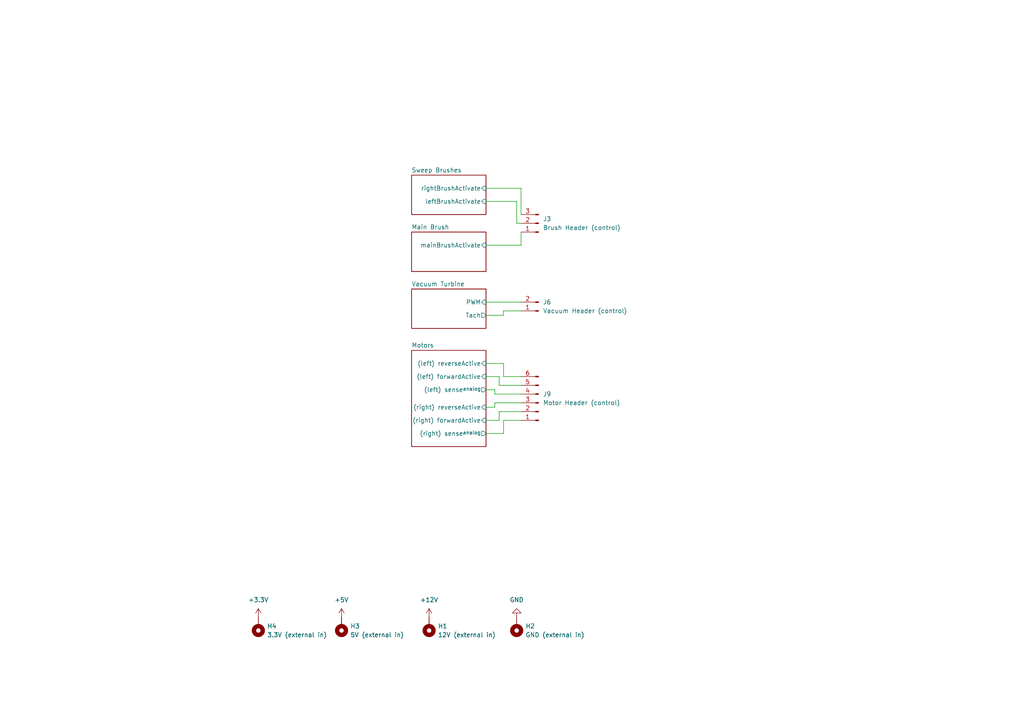
<source format=kicad_sch>
(kicad_sch
	(version 20231120)
	(generator "eeschema")
	(generator_version "8.0")
	(uuid "51937001-9622-40ac-b790-90fb4ff028f7")
	(paper "A4")
	(title_block
		(title "v0.1 Movement Development Board")
		(date "2024-07-20")
		(rev "v0.1")
		(company "Karl Wünsche")
	)
	(lib_symbols
		(symbol "Connector:Conn_01x02_Pin"
			(pin_names
				(offset 1.016) hide)
			(exclude_from_sim no)
			(in_bom yes)
			(on_board yes)
			(property "Reference" "J"
				(at 0 2.54 0)
				(effects
					(font
						(size 1.27 1.27)
					)
				)
			)
			(property "Value" "Conn_01x02_Pin"
				(at 0 -5.08 0)
				(effects
					(font
						(size 1.27 1.27)
					)
				)
			)
			(property "Footprint" ""
				(at 0 0 0)
				(effects
					(font
						(size 1.27 1.27)
					)
					(hide yes)
				)
			)
			(property "Datasheet" "~"
				(at 0 0 0)
				(effects
					(font
						(size 1.27 1.27)
					)
					(hide yes)
				)
			)
			(property "Description" "Generic connector, single row, 01x02, script generated"
				(at 0 0 0)
				(effects
					(font
						(size 1.27 1.27)
					)
					(hide yes)
				)
			)
			(property "ki_locked" ""
				(at 0 0 0)
				(effects
					(font
						(size 1.27 1.27)
					)
				)
			)
			(property "ki_keywords" "connector"
				(at 0 0 0)
				(effects
					(font
						(size 1.27 1.27)
					)
					(hide yes)
				)
			)
			(property "ki_fp_filters" "Connector*:*_1x??_*"
				(at 0 0 0)
				(effects
					(font
						(size 1.27 1.27)
					)
					(hide yes)
				)
			)
			(symbol "Conn_01x02_Pin_1_1"
				(polyline
					(pts
						(xy 1.27 -2.54) (xy 0.8636 -2.54)
					)
					(stroke
						(width 0.1524)
						(type default)
					)
					(fill
						(type none)
					)
				)
				(polyline
					(pts
						(xy 1.27 0) (xy 0.8636 0)
					)
					(stroke
						(width 0.1524)
						(type default)
					)
					(fill
						(type none)
					)
				)
				(rectangle
					(start 0.8636 -2.413)
					(end 0 -2.667)
					(stroke
						(width 0.1524)
						(type default)
					)
					(fill
						(type outline)
					)
				)
				(rectangle
					(start 0.8636 0.127)
					(end 0 -0.127)
					(stroke
						(width 0.1524)
						(type default)
					)
					(fill
						(type outline)
					)
				)
				(pin passive line
					(at 5.08 0 180)
					(length 3.81)
					(name "Pin_1"
						(effects
							(font
								(size 1.27 1.27)
							)
						)
					)
					(number "1"
						(effects
							(font
								(size 1.27 1.27)
							)
						)
					)
				)
				(pin passive line
					(at 5.08 -2.54 180)
					(length 3.81)
					(name "Pin_2"
						(effects
							(font
								(size 1.27 1.27)
							)
						)
					)
					(number "2"
						(effects
							(font
								(size 1.27 1.27)
							)
						)
					)
				)
			)
		)
		(symbol "Connector:Conn_01x03_Pin"
			(pin_names
				(offset 1.016) hide)
			(exclude_from_sim no)
			(in_bom yes)
			(on_board yes)
			(property "Reference" "J"
				(at 0 5.08 0)
				(effects
					(font
						(size 1.27 1.27)
					)
				)
			)
			(property "Value" "Conn_01x03_Pin"
				(at 0 -5.08 0)
				(effects
					(font
						(size 1.27 1.27)
					)
				)
			)
			(property "Footprint" ""
				(at 0 0 0)
				(effects
					(font
						(size 1.27 1.27)
					)
					(hide yes)
				)
			)
			(property "Datasheet" "~"
				(at 0 0 0)
				(effects
					(font
						(size 1.27 1.27)
					)
					(hide yes)
				)
			)
			(property "Description" "Generic connector, single row, 01x03, script generated"
				(at 0 0 0)
				(effects
					(font
						(size 1.27 1.27)
					)
					(hide yes)
				)
			)
			(property "ki_locked" ""
				(at 0 0 0)
				(effects
					(font
						(size 1.27 1.27)
					)
				)
			)
			(property "ki_keywords" "connector"
				(at 0 0 0)
				(effects
					(font
						(size 1.27 1.27)
					)
					(hide yes)
				)
			)
			(property "ki_fp_filters" "Connector*:*_1x??_*"
				(at 0 0 0)
				(effects
					(font
						(size 1.27 1.27)
					)
					(hide yes)
				)
			)
			(symbol "Conn_01x03_Pin_1_1"
				(polyline
					(pts
						(xy 1.27 -2.54) (xy 0.8636 -2.54)
					)
					(stroke
						(width 0.1524)
						(type default)
					)
					(fill
						(type none)
					)
				)
				(polyline
					(pts
						(xy 1.27 0) (xy 0.8636 0)
					)
					(stroke
						(width 0.1524)
						(type default)
					)
					(fill
						(type none)
					)
				)
				(polyline
					(pts
						(xy 1.27 2.54) (xy 0.8636 2.54)
					)
					(stroke
						(width 0.1524)
						(type default)
					)
					(fill
						(type none)
					)
				)
				(rectangle
					(start 0.8636 -2.413)
					(end 0 -2.667)
					(stroke
						(width 0.1524)
						(type default)
					)
					(fill
						(type outline)
					)
				)
				(rectangle
					(start 0.8636 0.127)
					(end 0 -0.127)
					(stroke
						(width 0.1524)
						(type default)
					)
					(fill
						(type outline)
					)
				)
				(rectangle
					(start 0.8636 2.667)
					(end 0 2.413)
					(stroke
						(width 0.1524)
						(type default)
					)
					(fill
						(type outline)
					)
				)
				(pin passive line
					(at 5.08 2.54 180)
					(length 3.81)
					(name "Pin_1"
						(effects
							(font
								(size 1.27 1.27)
							)
						)
					)
					(number "1"
						(effects
							(font
								(size 1.27 1.27)
							)
						)
					)
				)
				(pin passive line
					(at 5.08 0 180)
					(length 3.81)
					(name "Pin_2"
						(effects
							(font
								(size 1.27 1.27)
							)
						)
					)
					(number "2"
						(effects
							(font
								(size 1.27 1.27)
							)
						)
					)
				)
				(pin passive line
					(at 5.08 -2.54 180)
					(length 3.81)
					(name "Pin_3"
						(effects
							(font
								(size 1.27 1.27)
							)
						)
					)
					(number "3"
						(effects
							(font
								(size 1.27 1.27)
							)
						)
					)
				)
			)
		)
		(symbol "Connector:Conn_01x06_Pin"
			(pin_names
				(offset 1.016) hide)
			(exclude_from_sim no)
			(in_bom yes)
			(on_board yes)
			(property "Reference" "J"
				(at 0 7.62 0)
				(effects
					(font
						(size 1.27 1.27)
					)
				)
			)
			(property "Value" "Conn_01x06_Pin"
				(at 0 -10.16 0)
				(effects
					(font
						(size 1.27 1.27)
					)
				)
			)
			(property "Footprint" ""
				(at 0 0 0)
				(effects
					(font
						(size 1.27 1.27)
					)
					(hide yes)
				)
			)
			(property "Datasheet" "~"
				(at 0 0 0)
				(effects
					(font
						(size 1.27 1.27)
					)
					(hide yes)
				)
			)
			(property "Description" "Generic connector, single row, 01x06, script generated"
				(at 0 0 0)
				(effects
					(font
						(size 1.27 1.27)
					)
					(hide yes)
				)
			)
			(property "ki_locked" ""
				(at 0 0 0)
				(effects
					(font
						(size 1.27 1.27)
					)
				)
			)
			(property "ki_keywords" "connector"
				(at 0 0 0)
				(effects
					(font
						(size 1.27 1.27)
					)
					(hide yes)
				)
			)
			(property "ki_fp_filters" "Connector*:*_1x??_*"
				(at 0 0 0)
				(effects
					(font
						(size 1.27 1.27)
					)
					(hide yes)
				)
			)
			(symbol "Conn_01x06_Pin_1_1"
				(polyline
					(pts
						(xy 1.27 -7.62) (xy 0.8636 -7.62)
					)
					(stroke
						(width 0.1524)
						(type default)
					)
					(fill
						(type none)
					)
				)
				(polyline
					(pts
						(xy 1.27 -5.08) (xy 0.8636 -5.08)
					)
					(stroke
						(width 0.1524)
						(type default)
					)
					(fill
						(type none)
					)
				)
				(polyline
					(pts
						(xy 1.27 -2.54) (xy 0.8636 -2.54)
					)
					(stroke
						(width 0.1524)
						(type default)
					)
					(fill
						(type none)
					)
				)
				(polyline
					(pts
						(xy 1.27 0) (xy 0.8636 0)
					)
					(stroke
						(width 0.1524)
						(type default)
					)
					(fill
						(type none)
					)
				)
				(polyline
					(pts
						(xy 1.27 2.54) (xy 0.8636 2.54)
					)
					(stroke
						(width 0.1524)
						(type default)
					)
					(fill
						(type none)
					)
				)
				(polyline
					(pts
						(xy 1.27 5.08) (xy 0.8636 5.08)
					)
					(stroke
						(width 0.1524)
						(type default)
					)
					(fill
						(type none)
					)
				)
				(rectangle
					(start 0.8636 -7.493)
					(end 0 -7.747)
					(stroke
						(width 0.1524)
						(type default)
					)
					(fill
						(type outline)
					)
				)
				(rectangle
					(start 0.8636 -4.953)
					(end 0 -5.207)
					(stroke
						(width 0.1524)
						(type default)
					)
					(fill
						(type outline)
					)
				)
				(rectangle
					(start 0.8636 -2.413)
					(end 0 -2.667)
					(stroke
						(width 0.1524)
						(type default)
					)
					(fill
						(type outline)
					)
				)
				(rectangle
					(start 0.8636 0.127)
					(end 0 -0.127)
					(stroke
						(width 0.1524)
						(type default)
					)
					(fill
						(type outline)
					)
				)
				(rectangle
					(start 0.8636 2.667)
					(end 0 2.413)
					(stroke
						(width 0.1524)
						(type default)
					)
					(fill
						(type outline)
					)
				)
				(rectangle
					(start 0.8636 5.207)
					(end 0 4.953)
					(stroke
						(width 0.1524)
						(type default)
					)
					(fill
						(type outline)
					)
				)
				(pin passive line
					(at 5.08 5.08 180)
					(length 3.81)
					(name "Pin_1"
						(effects
							(font
								(size 1.27 1.27)
							)
						)
					)
					(number "1"
						(effects
							(font
								(size 1.27 1.27)
							)
						)
					)
				)
				(pin passive line
					(at 5.08 2.54 180)
					(length 3.81)
					(name "Pin_2"
						(effects
							(font
								(size 1.27 1.27)
							)
						)
					)
					(number "2"
						(effects
							(font
								(size 1.27 1.27)
							)
						)
					)
				)
				(pin passive line
					(at 5.08 0 180)
					(length 3.81)
					(name "Pin_3"
						(effects
							(font
								(size 1.27 1.27)
							)
						)
					)
					(number "3"
						(effects
							(font
								(size 1.27 1.27)
							)
						)
					)
				)
				(pin passive line
					(at 5.08 -2.54 180)
					(length 3.81)
					(name "Pin_4"
						(effects
							(font
								(size 1.27 1.27)
							)
						)
					)
					(number "4"
						(effects
							(font
								(size 1.27 1.27)
							)
						)
					)
				)
				(pin passive line
					(at 5.08 -5.08 180)
					(length 3.81)
					(name "Pin_5"
						(effects
							(font
								(size 1.27 1.27)
							)
						)
					)
					(number "5"
						(effects
							(font
								(size 1.27 1.27)
							)
						)
					)
				)
				(pin passive line
					(at 5.08 -7.62 180)
					(length 3.81)
					(name "Pin_6"
						(effects
							(font
								(size 1.27 1.27)
							)
						)
					)
					(number "6"
						(effects
							(font
								(size 1.27 1.27)
							)
						)
					)
				)
			)
		)
		(symbol "Mechanical:MountingHole_Pad"
			(pin_numbers hide)
			(pin_names
				(offset 1.016) hide)
			(exclude_from_sim yes)
			(in_bom no)
			(on_board yes)
			(property "Reference" "H"
				(at 0 6.35 0)
				(effects
					(font
						(size 1.27 1.27)
					)
				)
			)
			(property "Value" "MountingHole_Pad"
				(at 0 4.445 0)
				(effects
					(font
						(size 1.27 1.27)
					)
				)
			)
			(property "Footprint" ""
				(at 0 0 0)
				(effects
					(font
						(size 1.27 1.27)
					)
					(hide yes)
				)
			)
			(property "Datasheet" "~"
				(at 0 0 0)
				(effects
					(font
						(size 1.27 1.27)
					)
					(hide yes)
				)
			)
			(property "Description" "Mounting Hole with connection"
				(at 0 0 0)
				(effects
					(font
						(size 1.27 1.27)
					)
					(hide yes)
				)
			)
			(property "ki_keywords" "mounting hole"
				(at 0 0 0)
				(effects
					(font
						(size 1.27 1.27)
					)
					(hide yes)
				)
			)
			(property "ki_fp_filters" "MountingHole*Pad*"
				(at 0 0 0)
				(effects
					(font
						(size 1.27 1.27)
					)
					(hide yes)
				)
			)
			(symbol "MountingHole_Pad_0_1"
				(circle
					(center 0 1.27)
					(radius 1.27)
					(stroke
						(width 1.27)
						(type default)
					)
					(fill
						(type none)
					)
				)
			)
			(symbol "MountingHole_Pad_1_1"
				(pin input line
					(at 0 -2.54 90)
					(length 2.54)
					(name "1"
						(effects
							(font
								(size 1.27 1.27)
							)
						)
					)
					(number "1"
						(effects
							(font
								(size 1.27 1.27)
							)
						)
					)
				)
			)
		)
		(symbol "power:+12V"
			(power)
			(pin_numbers hide)
			(pin_names
				(offset 0) hide)
			(exclude_from_sim no)
			(in_bom yes)
			(on_board yes)
			(property "Reference" "#PWR"
				(at 0 -3.81 0)
				(effects
					(font
						(size 1.27 1.27)
					)
					(hide yes)
				)
			)
			(property "Value" "+12V"
				(at 0 3.556 0)
				(effects
					(font
						(size 1.27 1.27)
					)
				)
			)
			(property "Footprint" ""
				(at 0 0 0)
				(effects
					(font
						(size 1.27 1.27)
					)
					(hide yes)
				)
			)
			(property "Datasheet" ""
				(at 0 0 0)
				(effects
					(font
						(size 1.27 1.27)
					)
					(hide yes)
				)
			)
			(property "Description" "Power symbol creates a global label with name \"+12V\""
				(at 0 0 0)
				(effects
					(font
						(size 1.27 1.27)
					)
					(hide yes)
				)
			)
			(property "ki_keywords" "global power"
				(at 0 0 0)
				(effects
					(font
						(size 1.27 1.27)
					)
					(hide yes)
				)
			)
			(symbol "+12V_0_1"
				(polyline
					(pts
						(xy -0.762 1.27) (xy 0 2.54)
					)
					(stroke
						(width 0)
						(type default)
					)
					(fill
						(type none)
					)
				)
				(polyline
					(pts
						(xy 0 0) (xy 0 2.54)
					)
					(stroke
						(width 0)
						(type default)
					)
					(fill
						(type none)
					)
				)
				(polyline
					(pts
						(xy 0 2.54) (xy 0.762 1.27)
					)
					(stroke
						(width 0)
						(type default)
					)
					(fill
						(type none)
					)
				)
			)
			(symbol "+12V_1_1"
				(pin power_in line
					(at 0 0 90)
					(length 0)
					(name "~"
						(effects
							(font
								(size 1.27 1.27)
							)
						)
					)
					(number "1"
						(effects
							(font
								(size 1.27 1.27)
							)
						)
					)
				)
			)
		)
		(symbol "power:+3.3V"
			(power)
			(pin_numbers hide)
			(pin_names
				(offset 0) hide)
			(exclude_from_sim no)
			(in_bom yes)
			(on_board yes)
			(property "Reference" "#PWR"
				(at 0 -3.81 0)
				(effects
					(font
						(size 1.27 1.27)
					)
					(hide yes)
				)
			)
			(property "Value" "+3.3V"
				(at 0 3.556 0)
				(effects
					(font
						(size 1.27 1.27)
					)
				)
			)
			(property "Footprint" ""
				(at 0 0 0)
				(effects
					(font
						(size 1.27 1.27)
					)
					(hide yes)
				)
			)
			(property "Datasheet" ""
				(at 0 0 0)
				(effects
					(font
						(size 1.27 1.27)
					)
					(hide yes)
				)
			)
			(property "Description" "Power symbol creates a global label with name \"+3.3V\""
				(at 0 0 0)
				(effects
					(font
						(size 1.27 1.27)
					)
					(hide yes)
				)
			)
			(property "ki_keywords" "global power"
				(at 0 0 0)
				(effects
					(font
						(size 1.27 1.27)
					)
					(hide yes)
				)
			)
			(symbol "+3.3V_0_1"
				(polyline
					(pts
						(xy -0.762 1.27) (xy 0 2.54)
					)
					(stroke
						(width 0)
						(type default)
					)
					(fill
						(type none)
					)
				)
				(polyline
					(pts
						(xy 0 0) (xy 0 2.54)
					)
					(stroke
						(width 0)
						(type default)
					)
					(fill
						(type none)
					)
				)
				(polyline
					(pts
						(xy 0 2.54) (xy 0.762 1.27)
					)
					(stroke
						(width 0)
						(type default)
					)
					(fill
						(type none)
					)
				)
			)
			(symbol "+3.3V_1_1"
				(pin power_in line
					(at 0 0 90)
					(length 0)
					(name "~"
						(effects
							(font
								(size 1.27 1.27)
							)
						)
					)
					(number "1"
						(effects
							(font
								(size 1.27 1.27)
							)
						)
					)
				)
			)
		)
		(symbol "power:+5V"
			(power)
			(pin_numbers hide)
			(pin_names
				(offset 0) hide)
			(exclude_from_sim no)
			(in_bom yes)
			(on_board yes)
			(property "Reference" "#PWR"
				(at 0 -3.81 0)
				(effects
					(font
						(size 1.27 1.27)
					)
					(hide yes)
				)
			)
			(property "Value" "+5V"
				(at 0 3.556 0)
				(effects
					(font
						(size 1.27 1.27)
					)
				)
			)
			(property "Footprint" ""
				(at 0 0 0)
				(effects
					(font
						(size 1.27 1.27)
					)
					(hide yes)
				)
			)
			(property "Datasheet" ""
				(at 0 0 0)
				(effects
					(font
						(size 1.27 1.27)
					)
					(hide yes)
				)
			)
			(property "Description" "Power symbol creates a global label with name \"+5V\""
				(at 0 0 0)
				(effects
					(font
						(size 1.27 1.27)
					)
					(hide yes)
				)
			)
			(property "ki_keywords" "global power"
				(at 0 0 0)
				(effects
					(font
						(size 1.27 1.27)
					)
					(hide yes)
				)
			)
			(symbol "+5V_0_1"
				(polyline
					(pts
						(xy -0.762 1.27) (xy 0 2.54)
					)
					(stroke
						(width 0)
						(type default)
					)
					(fill
						(type none)
					)
				)
				(polyline
					(pts
						(xy 0 0) (xy 0 2.54)
					)
					(stroke
						(width 0)
						(type default)
					)
					(fill
						(type none)
					)
				)
				(polyline
					(pts
						(xy 0 2.54) (xy 0.762 1.27)
					)
					(stroke
						(width 0)
						(type default)
					)
					(fill
						(type none)
					)
				)
			)
			(symbol "+5V_1_1"
				(pin power_in line
					(at 0 0 90)
					(length 0)
					(name "~"
						(effects
							(font
								(size 1.27 1.27)
							)
						)
					)
					(number "1"
						(effects
							(font
								(size 1.27 1.27)
							)
						)
					)
				)
			)
		)
		(symbol "power:GND"
			(power)
			(pin_numbers hide)
			(pin_names
				(offset 0) hide)
			(exclude_from_sim no)
			(in_bom yes)
			(on_board yes)
			(property "Reference" "#PWR"
				(at 0 -6.35 0)
				(effects
					(font
						(size 1.27 1.27)
					)
					(hide yes)
				)
			)
			(property "Value" "GND"
				(at 0 -3.81 0)
				(effects
					(font
						(size 1.27 1.27)
					)
				)
			)
			(property "Footprint" ""
				(at 0 0 0)
				(effects
					(font
						(size 1.27 1.27)
					)
					(hide yes)
				)
			)
			(property "Datasheet" ""
				(at 0 0 0)
				(effects
					(font
						(size 1.27 1.27)
					)
					(hide yes)
				)
			)
			(property "Description" "Power symbol creates a global label with name \"GND\" , ground"
				(at 0 0 0)
				(effects
					(font
						(size 1.27 1.27)
					)
					(hide yes)
				)
			)
			(property "ki_keywords" "global power"
				(at 0 0 0)
				(effects
					(font
						(size 1.27 1.27)
					)
					(hide yes)
				)
			)
			(symbol "GND_0_1"
				(polyline
					(pts
						(xy 0 0) (xy 0 -1.27) (xy 1.27 -1.27) (xy 0 -2.54) (xy -1.27 -1.27) (xy 0 -1.27)
					)
					(stroke
						(width 0)
						(type default)
					)
					(fill
						(type none)
					)
				)
			)
			(symbol "GND_1_1"
				(pin power_in line
					(at 0 0 270)
					(length 0)
					(name "~"
						(effects
							(font
								(size 1.27 1.27)
							)
						)
					)
					(number "1"
						(effects
							(font
								(size 1.27 1.27)
							)
						)
					)
				)
			)
		)
	)
	(wire
		(pts
			(xy 140.97 58.42) (xy 149.86 58.42)
		)
		(stroke
			(width 0)
			(type default)
		)
		(uuid "083eff3f-843a-4b05-9c67-2f14a9e30609")
	)
	(wire
		(pts
			(xy 146.05 109.22) (xy 151.13 109.22)
		)
		(stroke
			(width 0)
			(type default)
		)
		(uuid "1227b7cd-39f0-422f-8d9b-5ec883612e55")
	)
	(wire
		(pts
			(xy 144.78 109.22) (xy 144.78 111.76)
		)
		(stroke
			(width 0)
			(type default)
		)
		(uuid "1ea861c7-f89f-42c9-92a3-349e5096c6d4")
	)
	(wire
		(pts
			(xy 143.51 114.3) (xy 151.13 114.3)
		)
		(stroke
			(width 0)
			(type default)
		)
		(uuid "23bc6d03-7b00-4f1f-91b2-a9a57ee8c120")
	)
	(wire
		(pts
			(xy 146.05 105.41) (xy 146.05 109.22)
		)
		(stroke
			(width 0)
			(type default)
		)
		(uuid "25fdc3ea-573e-4558-bdc8-a78e86439eba")
	)
	(wire
		(pts
			(xy 144.78 119.38) (xy 151.13 119.38)
		)
		(stroke
			(width 0)
			(type default)
		)
		(uuid "2b9baf21-0c3e-4067-a403-1ac95238518d")
	)
	(wire
		(pts
			(xy 140.97 71.12) (xy 151.13 71.12)
		)
		(stroke
			(width 0)
			(type default)
		)
		(uuid "315e01ff-3cf5-43a8-b3f6-8fb425a2a8f8")
	)
	(wire
		(pts
			(xy 151.13 54.61) (xy 151.13 62.23)
		)
		(stroke
			(width 0)
			(type default)
		)
		(uuid "326aa35d-5dd9-44b9-98a1-6f5983be289e")
	)
	(wire
		(pts
			(xy 146.05 90.17) (xy 151.13 90.17)
		)
		(stroke
			(width 0)
			(type default)
		)
		(uuid "459cd4fd-b2b6-4c20-96fd-c60b98c46079")
	)
	(wire
		(pts
			(xy 140.97 54.61) (xy 151.13 54.61)
		)
		(stroke
			(width 0)
			(type default)
		)
		(uuid "4ac05640-9e56-4a22-8c10-693cd2acf79a")
	)
	(wire
		(pts
			(xy 149.86 58.42) (xy 149.86 64.77)
		)
		(stroke
			(width 0)
			(type default)
		)
		(uuid "564c24f6-b71f-42cf-a282-448a5c65c078")
	)
	(wire
		(pts
			(xy 140.97 109.22) (xy 144.78 109.22)
		)
		(stroke
			(width 0)
			(type default)
		)
		(uuid "57110e0c-7951-4477-8f17-128c0eac047b")
	)
	(wire
		(pts
			(xy 151.13 71.12) (xy 151.13 67.31)
		)
		(stroke
			(width 0)
			(type default)
		)
		(uuid "59174ca9-6126-4cc8-9914-53fd4092f01e")
	)
	(wire
		(pts
			(xy 140.97 125.73) (xy 146.05 125.73)
		)
		(stroke
			(width 0)
			(type default)
		)
		(uuid "7317dfee-2c9b-4987-b02b-8ed978eb52da")
	)
	(wire
		(pts
			(xy 143.51 116.84) (xy 151.13 116.84)
		)
		(stroke
			(width 0)
			(type default)
		)
		(uuid "76ec79cb-f8b1-425d-9e29-0c28d92cbf04")
	)
	(wire
		(pts
			(xy 140.97 91.44) (xy 146.05 91.44)
		)
		(stroke
			(width 0)
			(type default)
		)
		(uuid "94c16208-212f-4fe9-ae6f-cde8c8d4438e")
	)
	(wire
		(pts
			(xy 146.05 125.73) (xy 146.05 121.92)
		)
		(stroke
			(width 0)
			(type default)
		)
		(uuid "9f5b3d5d-0fd8-40e9-8a6a-dabd34d675d7")
	)
	(wire
		(pts
			(xy 140.97 118.11) (xy 143.51 118.11)
		)
		(stroke
			(width 0)
			(type default)
		)
		(uuid "a9b1ae77-6081-49f7-b28e-6a86f69aa7b1")
	)
	(wire
		(pts
			(xy 146.05 121.92) (xy 151.13 121.92)
		)
		(stroke
			(width 0)
			(type default)
		)
		(uuid "b844c8a3-893f-46dc-acca-06e384352534")
	)
	(wire
		(pts
			(xy 144.78 121.92) (xy 144.78 119.38)
		)
		(stroke
			(width 0)
			(type default)
		)
		(uuid "bc288fdf-4f74-476d-b1d1-cbba51d3662b")
	)
	(wire
		(pts
			(xy 140.97 113.03) (xy 143.51 113.03)
		)
		(stroke
			(width 0)
			(type default)
		)
		(uuid "c3064bed-4fd8-41e7-b7d8-3ca598b8bc6a")
	)
	(wire
		(pts
			(xy 140.97 121.92) (xy 144.78 121.92)
		)
		(stroke
			(width 0)
			(type default)
		)
		(uuid "d581bfb3-06d4-455a-a3ec-e18be1daa6f5")
	)
	(wire
		(pts
			(xy 143.51 118.11) (xy 143.51 116.84)
		)
		(stroke
			(width 0)
			(type default)
		)
		(uuid "d99f12c2-d407-4e1e-9605-95795b532901")
	)
	(wire
		(pts
			(xy 149.86 64.77) (xy 151.13 64.77)
		)
		(stroke
			(width 0)
			(type default)
		)
		(uuid "dec16004-4795-4893-9710-fe5ee0ae1b9f")
	)
	(wire
		(pts
			(xy 140.97 87.63) (xy 151.13 87.63)
		)
		(stroke
			(width 0)
			(type default)
		)
		(uuid "e6a3fbfd-fb9d-45e6-8a0a-aeb09b9e96e8")
	)
	(wire
		(pts
			(xy 144.78 111.76) (xy 151.13 111.76)
		)
		(stroke
			(width 0)
			(type default)
		)
		(uuid "e7c90498-d15a-412f-b975-d59ac32b8f62")
	)
	(wire
		(pts
			(xy 143.51 113.03) (xy 143.51 114.3)
		)
		(stroke
			(width 0)
			(type default)
		)
		(uuid "f344a9e0-cf07-4ac1-b081-e0cc5216d66f")
	)
	(wire
		(pts
			(xy 146.05 91.44) (xy 146.05 90.17)
		)
		(stroke
			(width 0)
			(type default)
		)
		(uuid "f4d67dd4-055a-4637-827c-c7aaf5de14e9")
	)
	(wire
		(pts
			(xy 140.97 105.41) (xy 146.05 105.41)
		)
		(stroke
			(width 0)
			(type default)
		)
		(uuid "f5397ea7-b02b-4ba7-92a5-151ce16d3aa8")
	)
	(symbol
		(lib_id "Mechanical:MountingHole_Pad")
		(at 74.93 181.61 180)
		(unit 1)
		(exclude_from_sim yes)
		(in_bom no)
		(on_board yes)
		(dnp no)
		(fields_autoplaced yes)
		(uuid "1945f39f-f8c9-4333-ab2e-5ebd89700a2a")
		(property "Reference" "H4"
			(at 77.47 181.6099 0)
			(effects
				(font
					(size 1.27 1.27)
				)
				(justify right)
			)
		)
		(property "Value" "3.3V (external in)"
			(at 77.47 184.1499 0)
			(effects
				(font
					(size 1.27 1.27)
				)
				(justify right)
			)
		)
		(property "Footprint" "MountingHole:MountingHole_2.2mm_M2_DIN965_Pad"
			(at 74.93 181.61 0)
			(effects
				(font
					(size 1.27 1.27)
				)
				(hide yes)
			)
		)
		(property "Datasheet" "~"
			(at 74.93 181.61 0)
			(effects
				(font
					(size 1.27 1.27)
				)
				(hide yes)
			)
		)
		(property "Description" "Mounting Hole with connection"
			(at 74.93 181.61 0)
			(effects
				(font
					(size 1.27 1.27)
				)
				(hide yes)
			)
		)
		(pin "1"
			(uuid "6332e41b-c285-4710-a91e-5b35cb87fd46")
		)
		(instances
			(project "openVac-v0.1"
				(path "/51937001-9622-40ac-b790-90fb4ff028f7"
					(reference "H4")
					(unit 1)
				)
			)
		)
	)
	(symbol
		(lib_id "Mechanical:MountingHole_Pad")
		(at 149.86 181.61 180)
		(unit 1)
		(exclude_from_sim yes)
		(in_bom no)
		(on_board yes)
		(dnp no)
		(fields_autoplaced yes)
		(uuid "246e1a5f-3dc1-40ac-93a6-f77d92383684")
		(property "Reference" "H2"
			(at 152.4 181.6099 0)
			(effects
				(font
					(size 1.27 1.27)
				)
				(justify right)
			)
		)
		(property "Value" "GND (external in)"
			(at 152.4 184.1499 0)
			(effects
				(font
					(size 1.27 1.27)
				)
				(justify right)
			)
		)
		(property "Footprint" "MountingHole:MountingHole_2.2mm_M2_DIN965_Pad"
			(at 149.86 181.61 0)
			(effects
				(font
					(size 1.27 1.27)
				)
				(hide yes)
			)
		)
		(property "Datasheet" "~"
			(at 149.86 181.61 0)
			(effects
				(font
					(size 1.27 1.27)
				)
				(hide yes)
			)
		)
		(property "Description" "Mounting Hole with connection"
			(at 149.86 181.61 0)
			(effects
				(font
					(size 1.27 1.27)
				)
				(hide yes)
			)
		)
		(pin "1"
			(uuid "5f6f25e8-83ff-4c87-bde2-37d46be16ead")
		)
		(instances
			(project ""
				(path "/51937001-9622-40ac-b790-90fb4ff028f7"
					(reference "H2")
					(unit 1)
				)
			)
		)
	)
	(symbol
		(lib_id "power:+3.3V")
		(at 74.93 179.07 0)
		(unit 1)
		(exclude_from_sim no)
		(in_bom yes)
		(on_board yes)
		(dnp no)
		(fields_autoplaced yes)
		(uuid "62d21e06-24a7-449a-92e5-d7fe227bdcbf")
		(property "Reference" "#PWR047"
			(at 74.93 182.88 0)
			(effects
				(font
					(size 1.27 1.27)
				)
				(hide yes)
			)
		)
		(property "Value" "+3.3V"
			(at 74.93 173.99 0)
			(effects
				(font
					(size 1.27 1.27)
				)
			)
		)
		(property "Footprint" ""
			(at 74.93 179.07 0)
			(effects
				(font
					(size 1.27 1.27)
				)
				(hide yes)
			)
		)
		(property "Datasheet" ""
			(at 74.93 179.07 0)
			(effects
				(font
					(size 1.27 1.27)
				)
				(hide yes)
			)
		)
		(property "Description" "Power symbol creates a global label with name \"+3.3V\""
			(at 74.93 179.07 0)
			(effects
				(font
					(size 1.27 1.27)
				)
				(hide yes)
			)
		)
		(pin "1"
			(uuid "b3525f93-e4da-4016-a2ef-a5641fed49cf")
		)
		(instances
			(project ""
				(path "/51937001-9622-40ac-b790-90fb4ff028f7"
					(reference "#PWR047")
					(unit 1)
				)
			)
		)
	)
	(symbol
		(lib_id "power:+12V")
		(at 124.46 179.07 0)
		(unit 1)
		(exclude_from_sim no)
		(in_bom yes)
		(on_board yes)
		(dnp no)
		(fields_autoplaced yes)
		(uuid "8143c442-f98e-4067-836d-91de87f97c90")
		(property "Reference" "#PWR011"
			(at 124.46 182.88 0)
			(effects
				(font
					(size 1.27 1.27)
				)
				(hide yes)
			)
		)
		(property "Value" "+12V"
			(at 124.46 173.99 0)
			(effects
				(font
					(size 1.27 1.27)
				)
			)
		)
		(property "Footprint" ""
			(at 124.46 179.07 0)
			(effects
				(font
					(size 1.27 1.27)
				)
				(hide yes)
			)
		)
		(property "Datasheet" ""
			(at 124.46 179.07 0)
			(effects
				(font
					(size 1.27 1.27)
				)
				(hide yes)
			)
		)
		(property "Description" "Power symbol creates a global label with name \"+12V\""
			(at 124.46 179.07 0)
			(effects
				(font
					(size 1.27 1.27)
				)
				(hide yes)
			)
		)
		(pin "1"
			(uuid "33c93472-4a83-4786-9517-c199db01d95c")
		)
		(instances
			(project ""
				(path "/51937001-9622-40ac-b790-90fb4ff028f7"
					(reference "#PWR011")
					(unit 1)
				)
			)
		)
	)
	(symbol
		(lib_id "Mechanical:MountingHole_Pad")
		(at 99.06 181.61 180)
		(unit 1)
		(exclude_from_sim yes)
		(in_bom no)
		(on_board yes)
		(dnp no)
		(fields_autoplaced yes)
		(uuid "82da12d9-71fa-48ef-99b3-0e0dfa33f876")
		(property "Reference" "H3"
			(at 101.6 181.6099 0)
			(effects
				(font
					(size 1.27 1.27)
				)
				(justify right)
			)
		)
		(property "Value" "5V (external in)"
			(at 101.6 184.1499 0)
			(effects
				(font
					(size 1.27 1.27)
				)
				(justify right)
			)
		)
		(property "Footprint" "MountingHole:MountingHole_2.2mm_M2_DIN965_Pad"
			(at 99.06 181.61 0)
			(effects
				(font
					(size 1.27 1.27)
				)
				(hide yes)
			)
		)
		(property "Datasheet" "~"
			(at 99.06 181.61 0)
			(effects
				(font
					(size 1.27 1.27)
				)
				(hide yes)
			)
		)
		(property "Description" "Mounting Hole with connection"
			(at 99.06 181.61 0)
			(effects
				(font
					(size 1.27 1.27)
				)
				(hide yes)
			)
		)
		(pin "1"
			(uuid "0724b648-3664-42f3-a19e-40b2d4f879f2")
		)
		(instances
			(project "openVac-v0.1"
				(path "/51937001-9622-40ac-b790-90fb4ff028f7"
					(reference "H3")
					(unit 1)
				)
			)
		)
	)
	(symbol
		(lib_id "power:GND")
		(at 149.86 179.07 180)
		(unit 1)
		(exclude_from_sim no)
		(in_bom yes)
		(on_board yes)
		(dnp no)
		(fields_autoplaced yes)
		(uuid "982f0c54-e90b-4945-8ddb-c1fb54b592a0")
		(property "Reference" "#PWR010"
			(at 149.86 172.72 0)
			(effects
				(font
					(size 1.27 1.27)
				)
				(hide yes)
			)
		)
		(property "Value" "GND"
			(at 149.86 173.99 0)
			(effects
				(font
					(size 1.27 1.27)
				)
			)
		)
		(property "Footprint" ""
			(at 149.86 179.07 0)
			(effects
				(font
					(size 1.27 1.27)
				)
				(hide yes)
			)
		)
		(property "Datasheet" ""
			(at 149.86 179.07 0)
			(effects
				(font
					(size 1.27 1.27)
				)
				(hide yes)
			)
		)
		(property "Description" "Power symbol creates a global label with name \"GND\" , ground"
			(at 149.86 179.07 0)
			(effects
				(font
					(size 1.27 1.27)
				)
				(hide yes)
			)
		)
		(pin "1"
			(uuid "9eb29591-3895-465c-b5bc-9b1c463e15e4")
		)
		(instances
			(project ""
				(path "/51937001-9622-40ac-b790-90fb4ff028f7"
					(reference "#PWR010")
					(unit 1)
				)
			)
		)
	)
	(symbol
		(lib_id "Connector:Conn_01x06_Pin")
		(at 156.21 116.84 180)
		(unit 1)
		(exclude_from_sim no)
		(in_bom yes)
		(on_board yes)
		(dnp no)
		(fields_autoplaced yes)
		(uuid "a6603f4b-f199-4ec3-ad02-f9215623aec0")
		(property "Reference" "J9"
			(at 157.48 114.2999 0)
			(effects
				(font
					(size 1.27 1.27)
				)
				(justify right)
			)
		)
		(property "Value" "Motor Header (control)"
			(at 157.48 116.8399 0)
			(effects
				(font
					(size 1.27 1.27)
				)
				(justify right)
			)
		)
		(property "Footprint" "Connector_JST:JST_PH_B6B-PH-K_1x06_P2.00mm_Vertical"
			(at 156.21 116.84 0)
			(effects
				(font
					(size 1.27 1.27)
				)
				(hide yes)
			)
		)
		(property "Datasheet" "~"
			(at 156.21 116.84 0)
			(effects
				(font
					(size 1.27 1.27)
				)
				(hide yes)
			)
		)
		(property "Description" "Generic connector, single row, 01x06, script generated"
			(at 156.21 116.84 0)
			(effects
				(font
					(size 1.27 1.27)
				)
				(hide yes)
			)
		)
		(pin "4"
			(uuid "bc844aad-a35c-4aea-b754-83b04d5ab1da")
		)
		(pin "3"
			(uuid "d7efc374-f0ea-4119-afbb-cfae71cf739d")
		)
		(pin "2"
			(uuid "c240187a-ff77-41b5-8c93-014ae9e6947e")
		)
		(pin "6"
			(uuid "83b183c2-eed0-48c9-937f-7ff6dfbd00e7")
		)
		(pin "1"
			(uuid "938eb8f3-b3cc-46be-be64-44d1c6cf7344")
		)
		(pin "5"
			(uuid "16963cbb-d2fc-4e07-b854-d036dbb87c33")
		)
		(instances
			(project ""
				(path "/51937001-9622-40ac-b790-90fb4ff028f7"
					(reference "J9")
					(unit 1)
				)
			)
		)
	)
	(symbol
		(lib_id "Connector:Conn_01x02_Pin")
		(at 156.21 90.17 180)
		(unit 1)
		(exclude_from_sim no)
		(in_bom yes)
		(on_board yes)
		(dnp no)
		(fields_autoplaced yes)
		(uuid "b20b271a-3e56-43d0-b1c5-078fe02db594")
		(property "Reference" "J6"
			(at 157.48 87.6299 0)
			(effects
				(font
					(size 1.27 1.27)
				)
				(justify right)
			)
		)
		(property "Value" "Vacuum Header (control)"
			(at 157.48 90.1699 0)
			(effects
				(font
					(size 1.27 1.27)
				)
				(justify right)
			)
		)
		(property "Footprint" "Connector_JST:JST_PH_B2B-PH-K_1x02_P2.00mm_Vertical"
			(at 156.21 90.17 0)
			(effects
				(font
					(size 1.27 1.27)
				)
				(hide yes)
			)
		)
		(property "Datasheet" "~"
			(at 156.21 90.17 0)
			(effects
				(font
					(size 1.27 1.27)
				)
				(hide yes)
			)
		)
		(property "Description" "Generic connector, single row, 01x02, script generated"
			(at 156.21 90.17 0)
			(effects
				(font
					(size 1.27 1.27)
				)
				(hide yes)
			)
		)
		(pin "1"
			(uuid "cd6728d6-6166-470c-bed7-cd4cf73a7b9e")
		)
		(pin "2"
			(uuid "f04e71ab-6674-44a7-8d51-e1a2ab30c084")
		)
		(instances
			(project ""
				(path "/51937001-9622-40ac-b790-90fb4ff028f7"
					(reference "J6")
					(unit 1)
				)
			)
		)
	)
	(symbol
		(lib_id "power:+5V")
		(at 99.06 179.07 0)
		(unit 1)
		(exclude_from_sim no)
		(in_bom yes)
		(on_board yes)
		(dnp no)
		(fields_autoplaced yes)
		(uuid "c010bda5-bfb1-4327-a774-2ef534f123c3")
		(property "Reference" "#PWR046"
			(at 99.06 182.88 0)
			(effects
				(font
					(size 1.27 1.27)
				)
				(hide yes)
			)
		)
		(property "Value" "+5V"
			(at 99.06 173.99 0)
			(effects
				(font
					(size 1.27 1.27)
				)
			)
		)
		(property "Footprint" ""
			(at 99.06 179.07 0)
			(effects
				(font
					(size 1.27 1.27)
				)
				(hide yes)
			)
		)
		(property "Datasheet" ""
			(at 99.06 179.07 0)
			(effects
				(font
					(size 1.27 1.27)
				)
				(hide yes)
			)
		)
		(property "Description" "Power symbol creates a global label with name \"+5V\""
			(at 99.06 179.07 0)
			(effects
				(font
					(size 1.27 1.27)
				)
				(hide yes)
			)
		)
		(pin "1"
			(uuid "21916eb7-52f6-47b2-9c35-6305dd50b252")
		)
		(instances
			(project ""
				(path "/51937001-9622-40ac-b790-90fb4ff028f7"
					(reference "#PWR046")
					(unit 1)
				)
			)
		)
	)
	(symbol
		(lib_id "Mechanical:MountingHole_Pad")
		(at 124.46 181.61 180)
		(unit 1)
		(exclude_from_sim yes)
		(in_bom no)
		(on_board yes)
		(dnp no)
		(fields_autoplaced yes)
		(uuid "d774bf97-6901-40d5-8836-877a9a1d6a61")
		(property "Reference" "H1"
			(at 127 181.6099 0)
			(effects
				(font
					(size 1.27 1.27)
				)
				(justify right)
			)
		)
		(property "Value" "12V (external in)"
			(at 127 184.1499 0)
			(effects
				(font
					(size 1.27 1.27)
				)
				(justify right)
			)
		)
		(property "Footprint" "MountingHole:MountingHole_2.2mm_M2_DIN965_Pad"
			(at 124.46 181.61 0)
			(effects
				(font
					(size 1.27 1.27)
				)
				(hide yes)
			)
		)
		(property "Datasheet" "~"
			(at 124.46 181.61 0)
			(effects
				(font
					(size 1.27 1.27)
				)
				(hide yes)
			)
		)
		(property "Description" "Mounting Hole with connection"
			(at 124.46 181.61 0)
			(effects
				(font
					(size 1.27 1.27)
				)
				(hide yes)
			)
		)
		(pin "1"
			(uuid "00bc6504-adcd-4e76-a885-b70e4dbc8820")
		)
		(instances
			(project ""
				(path "/51937001-9622-40ac-b790-90fb4ff028f7"
					(reference "H1")
					(unit 1)
				)
			)
		)
	)
	(symbol
		(lib_id "Connector:Conn_01x03_Pin")
		(at 156.21 64.77 180)
		(unit 1)
		(exclude_from_sim no)
		(in_bom yes)
		(on_board yes)
		(dnp no)
		(fields_autoplaced yes)
		(uuid "f297afa7-6b42-430b-b472-3836f8e8a3df")
		(property "Reference" "J3"
			(at 157.48 63.4999 0)
			(effects
				(font
					(size 1.27 1.27)
				)
				(justify right)
			)
		)
		(property "Value" "Brush Header (control)"
			(at 157.48 66.0399 0)
			(effects
				(font
					(size 1.27 1.27)
				)
				(justify right)
			)
		)
		(property "Footprint" "Connector_JST:JST_PH_B3B-PH-K_1x03_P2.00mm_Vertical"
			(at 156.21 64.77 0)
			(effects
				(font
					(size 1.27 1.27)
				)
				(hide yes)
			)
		)
		(property "Datasheet" "~"
			(at 156.21 64.77 0)
			(effects
				(font
					(size 1.27 1.27)
				)
				(hide yes)
			)
		)
		(property "Description" "Generic connector, single row, 01x03, script generated"
			(at 156.21 64.77 0)
			(effects
				(font
					(size 1.27 1.27)
				)
				(hide yes)
			)
		)
		(pin "1"
			(uuid "ef5793e3-bb59-4f1f-9bb0-0e371f306e8b")
		)
		(pin "2"
			(uuid "72a410d0-f280-40d9-9b8e-043f9ace76bc")
		)
		(pin "3"
			(uuid "72da3905-9a41-4fa9-b2e7-c38b9324b029")
		)
		(instances
			(project ""
				(path "/51937001-9622-40ac-b790-90fb4ff028f7"
					(reference "J3")
					(unit 1)
				)
			)
		)
	)
	(sheet
		(at 119.38 101.6)
		(size 21.59 27.94)
		(fields_autoplaced yes)
		(stroke
			(width 0.1524)
			(type solid)
		)
		(fill
			(color 0 0 0 0.0000)
		)
		(uuid "0a417966-5d73-406d-85a3-cdda5848b793")
		(property "Sheetname" "Motors"
			(at 119.38 100.8884 0)
			(effects
				(font
					(size 1.27 1.27)
				)
				(justify left bottom)
			)
		)
		(property "Sheetfile" "motors.kicad_sch"
			(at 119.38 130.1246 0)
			(effects
				(font
					(size 1.27 1.27)
				)
				(justify left top)
				(hide yes)
			)
		)
		(pin "(left) reverseActive" input
			(at 140.97 105.41 0)
			(effects
				(font
					(size 1.27 1.27)
				)
				(justify right)
			)
			(uuid "5441bd7c-1d42-4b1c-8a17-8fb767d8e70c")
		)
		(pin "(left) sense^{analog}" output
			(at 140.97 113.03 0)
			(effects
				(font
					(size 1.27 1.27)
				)
				(justify right)
			)
			(uuid "fc719455-b16e-44f1-a867-79fdc5051ad1")
		)
		(pin "(left) forwardActive" input
			(at 140.97 109.22 0)
			(effects
				(font
					(size 1.27 1.27)
				)
				(justify right)
			)
			(uuid "315b5e20-b523-4d08-b6ee-9b1cc6bb1f9c")
		)
		(pin "(right) reverseActive" input
			(at 140.97 118.11 0)
			(effects
				(font
					(size 1.27 1.27)
				)
				(justify right)
			)
			(uuid "7761ce64-f653-469e-b86d-0f9bab060815")
		)
		(pin "(right) forwardActive" input
			(at 140.97 121.92 0)
			(effects
				(font
					(size 1.27 1.27)
				)
				(justify right)
			)
			(uuid "38a6f66f-0c2f-4d1e-b8cd-9dbf8254788e")
		)
		(pin "(right) sense^{analog}" output
			(at 140.97 125.73 0)
			(effects
				(font
					(size 1.27 1.27)
				)
				(justify right)
			)
			(uuid "346dacaf-a7c7-40f9-a217-7a5b6f38c601")
		)
		(instances
			(project "openVac-v0.1"
				(path "/51937001-9622-40ac-b790-90fb4ff028f7"
					(page "5")
				)
			)
		)
	)
	(sheet
		(at 119.38 83.82)
		(size 21.59 11.43)
		(fields_autoplaced yes)
		(stroke
			(width 0.1524)
			(type solid)
		)
		(fill
			(color 0 0 0 0.0000)
		)
		(uuid "96a8e94a-eec8-4898-b777-b4d618897bf6")
		(property "Sheetname" "Vacuum Turbine"
			(at 119.38 83.1084 0)
			(effects
				(font
					(size 1.27 1.27)
				)
				(justify left bottom)
			)
		)
		(property "Sheetfile" "vacuum.kicad_sch"
			(at 119.38 95.8346 0)
			(effects
				(font
					(size 1.27 1.27)
				)
				(justify left top)
				(hide yes)
			)
		)
		(pin "PWM" input
			(at 140.97 87.63 0)
			(effects
				(font
					(size 1.27 1.27)
				)
				(justify right)
			)
			(uuid "38ac5647-3904-41e6-a88b-eb16f3c3804a")
		)
		(pin "Tach" output
			(at 140.97 91.44 0)
			(effects
				(font
					(size 1.27 1.27)
				)
				(justify right)
			)
			(uuid "f7087cb0-abea-4a48-95dc-84ad09ca74b6")
		)
		(instances
			(project "openVac-v0.1"
				(path "/51937001-9622-40ac-b790-90fb4ff028f7"
					(page "4")
				)
			)
		)
	)
	(sheet
		(at 119.38 67.31)
		(size 21.59 11.43)
		(fields_autoplaced yes)
		(stroke
			(width 0.1524)
			(type solid)
		)
		(fill
			(color 0 0 0 0.0000)
		)
		(uuid "ac46296d-1959-48c3-a456-a22caced9bcf")
		(property "Sheetname" "Main Brush"
			(at 119.38 66.5984 0)
			(effects
				(font
					(size 1.27 1.27)
				)
				(justify left bottom)
			)
		)
		(property "Sheetfile" "main-brush.kicad_sch"
			(at 119.38 79.3246 0)
			(effects
				(font
					(size 1.27 1.27)
				)
				(justify left top)
				(hide yes)
			)
		)
		(pin "mainBrushActivate" input
			(at 140.97 71.12 0)
			(effects
				(font
					(size 1.27 1.27)
				)
				(justify right)
			)
			(uuid "e7d594a6-8069-453e-a1a0-2101554b6c9b")
		)
		(instances
			(project "openVac-v0.1"
				(path "/51937001-9622-40ac-b790-90fb4ff028f7"
					(page "3")
				)
			)
		)
	)
	(sheet
		(at 119.38 50.8)
		(size 21.59 11.43)
		(fields_autoplaced yes)
		(stroke
			(width 0.1524)
			(type solid)
		)
		(fill
			(color 0 0 0 0.0000)
		)
		(uuid "b2d719c1-f776-4e7f-9210-67699f768443")
		(property "Sheetname" "Sweep Brushes"
			(at 119.38 50.0884 0)
			(effects
				(font
					(size 1.27 1.27)
				)
				(justify left bottom)
			)
		)
		(property "Sheetfile" "sweep-brushes.kicad_sch"
			(at 119.38 62.8146 0)
			(effects
				(font
					(size 1.27 1.27)
				)
				(justify left top)
				(hide yes)
			)
		)
		(pin "rightBrushActivate" input
			(at 140.97 54.61 0)
			(effects
				(font
					(size 1.27 1.27)
				)
				(justify right)
			)
			(uuid "e03970b9-17a5-4282-a312-5607f1e9e9c7")
		)
		(pin "leftBrushActivate" input
			(at 140.97 58.42 0)
			(effects
				(font
					(size 1.27 1.27)
				)
				(justify right)
			)
			(uuid "cf0a9272-e062-4e4d-b580-8f54560fe1af")
		)
		(instances
			(project "openVac-v0.1"
				(path "/51937001-9622-40ac-b790-90fb4ff028f7"
					(page "2")
				)
			)
		)
	)
	(sheet_instances
		(path "/"
			(page "1")
		)
	)
)

</source>
